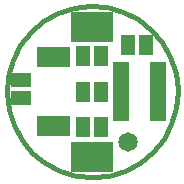
<source format=gts>
G04 (created by PCBNEW-RS274X (2011-05-25)-stable) date Sun 20 Jan 2013 20:19:42 GMT*
G01*
G70*
G90*
%MOIN*%
G04 Gerber Fmt 3.4, Leading zero omitted, Abs format*
%FSLAX34Y34*%
G04 APERTURE LIST*
%ADD10C,0.006000*%
%ADD11C,0.015000*%
%ADD12R,0.142000X0.102700*%
%ADD13R,0.045000X0.065000*%
%ADD14R,0.065000X0.045000*%
%ADD15C,0.065000*%
%ADD16R,0.055400X0.043600*%
%ADD17R,0.033700X0.067200*%
G04 APERTURE END LIST*
G54D10*
G54D11*
X42224Y-39370D02*
X42169Y-39924D01*
X42008Y-40457D01*
X41747Y-40949D01*
X41395Y-41381D01*
X40965Y-41736D01*
X40475Y-42000D01*
X39943Y-42165D01*
X39389Y-42223D01*
X38836Y-42173D01*
X38301Y-42016D01*
X37808Y-41758D01*
X37374Y-41409D01*
X37016Y-40982D01*
X36747Y-40494D01*
X36579Y-39963D01*
X36517Y-39409D01*
X36563Y-38855D01*
X36717Y-38320D01*
X36972Y-37824D01*
X37318Y-37388D01*
X37742Y-37027D01*
X38228Y-36755D01*
X38758Y-36583D01*
X39311Y-36517D01*
X39865Y-36560D01*
X40402Y-36710D01*
X40899Y-36961D01*
X41338Y-37304D01*
X41702Y-37725D01*
X41977Y-38210D01*
X42153Y-38738D01*
X42222Y-39291D01*
X42224Y-39370D01*
G54D12*
X39370Y-37205D03*
X39370Y-41535D03*
G54D13*
X39070Y-38189D03*
X39670Y-38189D03*
X39070Y-39370D03*
X39670Y-39370D03*
X39070Y-40551D03*
X39670Y-40551D03*
X40546Y-37795D03*
X41146Y-37795D03*
G54D14*
X37008Y-38972D03*
X37008Y-39572D03*
G54D15*
X40551Y-41043D03*
G54D16*
X41555Y-40157D03*
X41555Y-39763D03*
X41555Y-39370D03*
X41555Y-38977D03*
X41555Y-38583D03*
X40335Y-38583D03*
X40335Y-38977D03*
X40335Y-39370D03*
X40335Y-39763D03*
X40335Y-40157D03*
G54D17*
X37708Y-40521D03*
X37964Y-40521D03*
X38218Y-40521D03*
X38474Y-40521D03*
X38474Y-38219D03*
X38218Y-38219D03*
X37964Y-38219D03*
X37708Y-38219D03*
M02*

</source>
